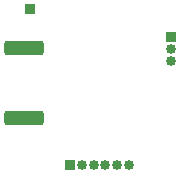
<source format=gbr>
%TF.GenerationSoftware,KiCad,Pcbnew,(6.0.5)*%
%TF.CreationDate,2022-07-19T18:24:44-04:00*%
%TF.ProjectId,torque_motor_design,746f7271-7565-45f6-9d6f-746f725f6465,rev?*%
%TF.SameCoordinates,Original*%
%TF.FileFunction,Soldermask,Bot*%
%TF.FilePolarity,Negative*%
%FSLAX46Y46*%
G04 Gerber Fmt 4.6, Leading zero omitted, Abs format (unit mm)*
G04 Created by KiCad (PCBNEW (6.0.5)) date 2022-07-19 18:24:44*
%MOMM*%
%LPD*%
G01*
G04 APERTURE LIST*
G04 Aperture macros list*
%AMRoundRect*
0 Rectangle with rounded corners*
0 $1 Rounding radius*
0 $2 $3 $4 $5 $6 $7 $8 $9 X,Y pos of 4 corners*
0 Add a 4 corners polygon primitive as box body*
4,1,4,$2,$3,$4,$5,$6,$7,$8,$9,$2,$3,0*
0 Add four circle primitives for the rounded corners*
1,1,$1+$1,$2,$3*
1,1,$1+$1,$4,$5*
1,1,$1+$1,$6,$7*
1,1,$1+$1,$8,$9*
0 Add four rect primitives between the rounded corners*
20,1,$1+$1,$2,$3,$4,$5,0*
20,1,$1+$1,$4,$5,$6,$7,0*
20,1,$1+$1,$6,$7,$8,$9,0*
20,1,$1+$1,$8,$9,$2,$3,0*%
G04 Aperture macros list end*
%ADD10R,0.850000X0.850000*%
%ADD11O,0.850000X0.850000*%
%ADD12RoundRect,0.250000X1.425000X-0.362500X1.425000X0.362500X-1.425000X0.362500X-1.425000X-0.362500X0*%
G04 APERTURE END LIST*
D10*
%TO.C,header_2*%
X198932800Y-58486800D03*
D11*
X198932800Y-59486800D03*
X198932800Y-60486800D03*
%TD*%
D10*
%TO.C,Current_Sense*%
X186962000Y-56128000D03*
%TD*%
%TO.C,header*%
X190347600Y-69291200D03*
D11*
X191347600Y-69291200D03*
X192347600Y-69291200D03*
X193347600Y-69291200D03*
X194347600Y-69291200D03*
X195347600Y-69291200D03*
%TD*%
D12*
%TO.C,R3*%
X186462000Y-65290500D03*
X186462000Y-59365500D03*
%TD*%
M02*

</source>
